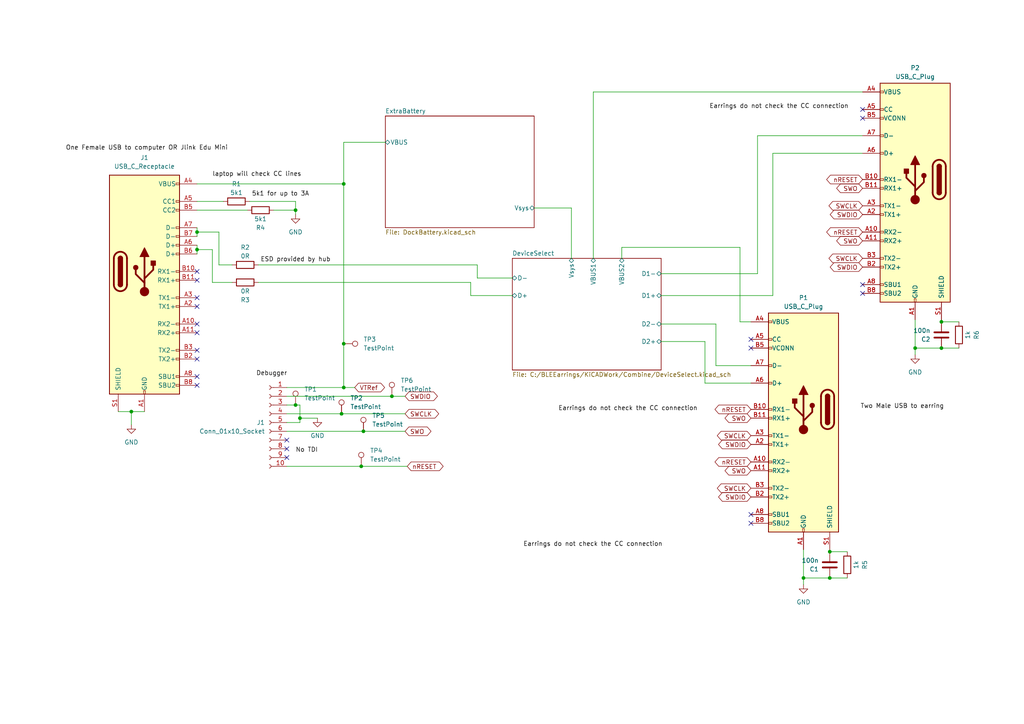
<source format=kicad_sch>
(kicad_sch (version 20230121) (generator eeschema)
  (paper "A4")
  (lib_symbols
    (symbol "Connector:Conn_01x10_Socket" (pin_names (offset 1.016) hide)
      (property "Reference" "J" (at 0 12.7 0))
      (property "Value" "Conn_01x10_Socket" (at 0 -15.24 0))
      (symbol "Conn_01x10_Socket_1_1"
        (arc (start 0 -12.192) (mid -0.5058 -12.7) (end 0 -13.208) (stroke (width 0.1524)))
        (arc (start 0 -9.652) (mid -0.5058 -10.16) (end 0 -10.668) (stroke (width 0.1524)))
        (arc (start 0 -7.112) (mid -0.5058 -7.62) (end 0 -8.128) (stroke (width 0.1524)))
        (arc (start 0 -4.572) (mid -0.5058 -5.08) (end 0 -5.588) (stroke (width 0.1524)))
        (arc (start 0 -2.032) (mid -0.5058 -2.54) (end 0 -3.048) (stroke (width 0.1524)))
        (polyline (pts (xy -1.27 -12.7) (xy -0.508 -12.7)) (stroke (width 0.1524)))
        (polyline (pts (xy -1.27 -10.16) (xy -0.508 -10.16)) (stroke (width 0.1524)))
        (polyline (pts (xy -1.27 -7.62) (xy -0.508 -7.62)) (stroke (width 0.1524)))
        (polyline (pts (xy -1.27 -5.08) (xy -0.508 -5.08)) (stroke (width 0.1524)))
        (polyline (pts (xy -1.27 -2.54) (xy -0.508 -2.54)) (stroke (width 0.1524)))
        (polyline (pts (xy -1.27 0) (xy -0.508 0)) (stroke (width 0.1524)))
        (polyline (pts (xy -1.27 2.54) (xy -0.508 2.54)) (stroke (width 0.1524)))
        (polyline (pts (xy -1.27 5.08) (xy -0.508 5.08)) (stroke (width 0.1524)))
        (polyline (pts (xy -1.27 7.62) (xy -0.508 7.62)) (stroke (width 0.1524)))
        (polyline (pts (xy -1.27 10.16) (xy -0.508 10.16)) (stroke (width 0.1524)))
        (arc (start 0 0.508) (mid -0.5058 0) (end 0 -0.508) (stroke (width 0.1524)))
        (arc (start 0 3.048) (mid -0.5058 2.54) (end 0 2.032) (stroke (width 0.1524)))
        (arc (start 0 5.588) (mid -0.5058 5.08) (end 0 4.572) (stroke (width 0.1524)))
        (arc (start 0 8.128) (mid -0.5058 7.62) (end 0 7.112) (stroke (width 0.1524)))
        (arc (start 0 10.668) (mid -0.5058 10.16) (end 0 9.652) (stroke (width 0.1524)))
        (pin passive line (at -5.08 10.16 0) (length 3.81) (name "Pin_1") (number "1"))
        (pin passive line (at -5.08 -12.7 0) (length 3.81) (name "Pin_10") (number "10"))
        (pin passive line (at -5.08 7.62 0) (length 3.81) (name "Pin_2") (number "2"))
        (pin passive line (at -5.08 5.08 0) (length 3.81) (name "Pin_3") (number "3"))
        (pin passive line (at -5.08 2.54 0) (length 3.81) (name "Pin_4") (number "4"))
        (pin passive line (at -5.08 0 0) (length 3.81) (name "Pin_5") (number "5"))
        (pin passive line (at -5.08 -2.54 0) (length 3.81) (name "Pin_6") (number "6"))
        (pin passive line (at -5.08 -5.08 0) (length 3.81) (name "Pin_7") (number "7"))
        (pin passive line (at -5.08 -7.62 0) (length 3.81) (name "Pin_8") (number "8"))
        (pin passive line (at -5.08 -10.16 0) (length 3.81) (name "Pin_9") (number "9"))
      )
    )
    (symbol "Connector:TestPoint" (pin_numbers hide) (pin_names (offset 0.762) hide)
      (property "Reference" "TP" (at 0 6.858 0))
      (property "Value" "TestPoint" (at 0 5.08 0))
      (symbol "TestPoint_0_1"
        (circle (center 0 3.302) (radius 0.762))
      )
      (symbol "TestPoint_1_1"
        (pin passive line (at 0 0 90) (length 2.54) (name "1") (number "1"))
      )
    )
    (symbol "Connector:USB_C_Plug" (pin_names (offset 1.016))
      (property "Reference" "P" (at -10.16 29.21 0))
      (property "Value" "USB_C_Plug" (at 10.16 29.21 0))
      (symbol "USB_C_Plug_0_0"
        (rectangle (start -0.254 -35.56) (end 0.254 -34.544))
        (rectangle (start 10.16 -32.766) (end 9.144 -33.274))
        (rectangle (start 10.16 -30.226) (end 9.144 -30.734))
        (rectangle (start 10.16 -25.146) (end 9.144 -25.654))
        (rectangle (start 10.16 -22.606) (end 9.144 -23.114))
        (rectangle (start 10.16 -17.526) (end 9.144 -18.034))
        (rectangle (start 10.16 -14.986) (end 9.144 -15.494))
        (rectangle (start 10.16 -9.906) (end 9.144 -10.414))
        (rectangle (start 10.16 -7.366) (end 9.144 -7.874))
        (rectangle (start 10.16 -2.286) (end 9.144 -2.794))
        (rectangle (start 10.16 0.254) (end 9.144 -0.254))
        (rectangle (start 10.16 7.874) (end 9.144 7.366))
        (rectangle (start 10.16 12.954) (end 9.144 12.446))
        (rectangle (start 10.16 18.034) (end 9.144 17.526))
        (rectangle (start 10.16 20.574) (end 9.144 20.066))
        (rectangle (start 10.16 25.654) (end 9.144 25.146))
      )
      (symbol "USB_C_Plug_0_1"
        (rectangle (start -10.16 27.94) (end 10.16 -35.56) (stroke (width 0.254)) (fill (type background)))
        (arc (start -8.89 -3.81) (mid -6.985 -5.7067) (end -5.08 -3.81) (stroke (width 0.508)))
        (arc (start -7.62 -3.81) (mid -6.985 -4.4423) (end -6.35 -3.81) (stroke (width 0.254)))
        (arc (start -7.62 -3.81) (mid -6.985 -4.4423) (end -6.35 -3.81) (stroke (width 0.254)) (fill (type outline)))
        (rectangle (start -7.62 -3.81) (end -6.35 3.81) (stroke (width 0.254)) (fill (type outline)))
        (arc (start -6.35 3.81) (mid -6.985 4.4423) (end -7.62 3.81) (stroke (width 0.254)))
        (arc (start -6.35 3.81) (mid -6.985 4.4423) (end -7.62 3.81) (stroke (width 0.254)) (fill (type outline)))
        (arc (start -5.08 3.81) (mid -6.985 5.7067) (end -8.89 3.81) (stroke (width 0.508)))
        (polyline (pts (xy -8.89 -3.81) (xy -8.89 3.81)) (stroke (width 0.508)))
        (polyline (pts (xy -5.08 3.81) (xy -5.08 -3.81)) (stroke (width 0.508)))
      )
      (symbol "USB_C_Plug_1_1"
        (circle (center -2.54 1.143) (radius 0.635) (stroke (width 0.254)) (fill (type outline)))
        (circle (center 0 -5.842) (radius 1.27) (fill (type outline)))
        (polyline (pts (xy 0 -5.842) (xy 0 4.318)) (stroke (width 0.508)))
        (polyline (pts (xy 0 -3.302) (xy -2.54 -0.762) (xy -2.54 0.508)) (stroke (width 0.508)))
        (polyline (pts (xy 0 -2.032) (xy 2.54 0.508) (xy 2.54 1.778)) (stroke (width 0.508)))
        (polyline (pts (xy -1.27 4.318) (xy 0 6.858) (xy 1.27 4.318) (xy -1.27 4.318)) (stroke (width 0.254)) (fill (type outline)))
        (rectangle (start 1.905 1.778) (end 3.175 3.048) (stroke (width 0.254)) (fill (type outline)))
        (pin passive line (at 0 -40.64 90) (length 5.08) (name "GND") (number "A1"))
        (pin bidirectional line (at 15.24 -15.24 180) (length 5.08) (name "RX2-") (number "A10"))
        (pin bidirectional line (at 15.24 -17.78 180) (length 5.08) (name "RX2+") (number "A11"))
        (pin passive line (at 0 -40.64 90) (length 5.08) hide (name "GND") (number "A12"))
        (pin bidirectional line (at 15.24 -10.16 180) (length 5.08) (name "TX1+") (number "A2"))
        (pin bidirectional line (at 15.24 -7.62 180) (length 5.08) (name "TX1-") (number "A3"))
        (pin passive line (at 15.24 25.4 180) (length 5.08) (name "VBUS") (number "A4"))
        (pin bidirectional line (at 15.24 20.32 180) (length 5.08) (name "CC") (number "A5"))
        (pin bidirectional line (at 15.24 7.62 180) (length 5.08) (name "D+") (number "A6"))
        (pin bidirectional line (at 15.24 12.7 180) (length 5.08) (name "D-") (number "A7"))
        (pin bidirectional line (at 15.24 -30.48 180) (length 5.08) (name "SBU1") (number "A8"))
        (pin passive line (at 15.24 25.4 180) (length 5.08) hide (name "VBUS") (number "A9"))
        (pin passive line (at 0 -40.64 90) (length 5.08) hide (name "GND") (number "B1"))
        (pin bidirectional line (at 15.24 0 180) (length 5.08) (name "RX1-") (number "B10"))
        (pin bidirectional line (at 15.24 -2.54 180) (length 5.08) (name "RX1+") (number "B11"))
        (pin passive line (at 0 -40.64 90) (length 5.08) hide (name "GND") (number "B12"))
        (pin bidirectional line (at 15.24 -25.4 180) (length 5.08) (name "TX2+") (number "B2"))
        (pin bidirectional line (at 15.24 -22.86 180) (length 5.08) (name "TX2-") (number "B3"))
        (pin passive line (at 15.24 25.4 180) (length 5.08) hide (name "VBUS") (number "B4"))
        (pin bidirectional line (at 15.24 17.78 180) (length 5.08) (name "VCONN") (number "B5"))
        (pin bidirectional line (at 15.24 -33.02 180) (length 5.08) (name "SBU2") (number "B8"))
        (pin passive line (at 15.24 25.4 180) (length 5.08) hide (name "VBUS") (number "B9"))
        (pin passive line (at -7.62 -40.64 90) (length 5.08) (name "SHIELD") (number "S1"))
      )
    )
    (symbol "Connector:USB_C_Receptacle" (pin_names (offset 1.016))
      (property "Reference" "J" (at -10.16 29.21 0))
      (property "Value" "USB_C_Receptacle" (at 10.16 29.21 0))
      (symbol "USB_C_Receptacle_0_0"
        (rectangle (start -0.254 -35.56) (end 0.254 -34.544))
        (rectangle (start 10.16 -32.766) (end 9.144 -33.274))
        (rectangle (start 10.16 -30.226) (end 9.144 -30.734))
        (rectangle (start 10.16 -25.146) (end 9.144 -25.654))
        (rectangle (start 10.16 -22.606) (end 9.144 -23.114))
        (rectangle (start 10.16 -17.526) (end 9.144 -18.034))
        (rectangle (start 10.16 -14.986) (end 9.144 -15.494))
        (rectangle (start 10.16 -9.906) (end 9.144 -10.414))
        (rectangle (start 10.16 -7.366) (end 9.144 -7.874))
        (rectangle (start 10.16 -2.286) (end 9.144 -2.794))
        (rectangle (start 10.16 0.254) (end 9.144 -0.254))
        (rectangle (start 10.16 5.334) (end 9.144 4.826))
        (rectangle (start 10.16 7.874) (end 9.144 7.366))
        (rectangle (start 10.16 10.414) (end 9.144 9.906))
        (rectangle (start 10.16 12.954) (end 9.144 12.446))
        (rectangle (start 10.16 18.034) (end 9.144 17.526))
        (rectangle (start 10.16 20.574) (end 9.144 20.066))
        (rectangle (start 10.16 25.654) (end 9.144 25.146))
      )
      (symbol "USB_C_Receptacle_0_1"
        (rectangle (start -10.16 27.94) (end 10.16 -35.56) (stroke (width 0.254)) (fill (type background)))
        (arc (start -8.89 -3.81) (mid -6.985 -5.7067) (end -5.08 -3.81) (stroke (width 0.508)))
        (arc (start -7.62 -3.81) (mid -6.985 -4.4423) (end -6.35 -3.81) (stroke (width 0.254)))
        (arc (start -7.62 -3.81) (mid -6.985 -4.4423) (end -6.35 -3.81) (stroke (width 0.254)) (fill (type outline)))
        (rectangle (start -7.62 -3.81) (end -6.35 3.81) (stroke (width 0.254)) (fill (type outline)))
        (arc (start -6.35 3.81) (mid -6.985 4.4423) (end -7.62 3.81) (stroke (width 0.254)))
        (arc (start -6.35 3.81) (mid -6.985 4.4423) (end -7.62 3.81) (stroke (width 0.254)) (fill (type outline)))
        (arc (start -5.08 3.81) (mid -6.985 5.7067) (end -8.89 3.81) (stroke (width 0.508)))
        (polyline (pts (xy -8.89 -3.81) (xy -8.89 3.81)) (stroke (width 0.508)))
        (polyline (pts (xy -5.08 3.81) (xy -5.08 -3.81)) (stroke (width 0.508)))
      )
      (symbol "USB_C_Receptacle_1_1"
        (circle (center -2.54 1.143) (radius 0.635) (stroke (width 0.254)) (fill (type outline)))
        (circle (center 0 -5.842) (radius 1.27) (fill (type outline)))
        (polyline (pts (xy 0 -5.842) (xy 0 4.318)) (stroke (width 0.508)))
        (polyline (pts (xy 0 -3.302) (xy -2.54 -0.762) (xy -2.54 0.508)) (stroke (width 0.508)))
        (polyline (pts (xy 0 -2.032) (xy 2.54 0.508) (xy 2.54 1.778)) (stroke (width 0.508)))
        (polyline (pts (xy -1.27 4.318) (xy 0 6.858) (xy 1.27 4.318) (xy -1.27 4.318)) (stroke (width 0.254)) (fill (type outline)))
        (rectangle (start 1.905 1.778) (end 3.175 3.048) (stroke (width 0.254)) (fill (type outline)))
        (pin passive line (at 0 -40.64 90) (length 5.08) (name "GND") (number "A1"))
        (pin bidirectional line (at 15.24 -15.24 180) (length 5.08) (name "RX2-") (number "A10"))
        (pin bidirectional line (at 15.24 -17.78 180) (length 5.08) (name "RX2+") (number "A11"))
        (pin passive line (at 0 -40.64 90) (length 5.08) hide (name "GND") (number "A12"))
        (pin bidirectional line (at 15.24 -10.16 180) (length 5.08) (name "TX1+") (number "A2"))
        (pin bidirectional line (at 15.24 -7.62 180) (length 5.08) (name "TX1-") (number "A3"))
        (pin passive line (at 15.24 25.4 180) (length 5.08) (name "VBUS") (number "A4"))
        (pin bidirectional line (at 15.24 20.32 180) (length 5.08) (name "CC1") (number "A5"))
        (pin bidirectional line (at 15.24 7.62 180) (length 5.08) (name "D+") (number "A6"))
        (pin bidirectional line (at 15.24 12.7 180) (length 5.08) (name "D-") (number "A7"))
        (pin bidirectional line (at 15.24 -30.48 180) (length 5.08) (name "SBU1") (number "A8"))
        (pin passive line (at 15.24 25.4 180) (length 5.08) hide (name "VBUS") (number "A9"))
        (pin passive line (at 0 -40.64 90) (length 5.08) hide (name "GND") (number "B1"))
        (pin bidirectional line (at 15.24 0 180) (length 5.08) (name "RX1-") (number "B10"))
        (pin bidirectional line (at 15.24 -2.54 180) (length 5.08) (name "RX1+") (number "B11"))
        (pin passive line (at 0 -40.64 90) (length 5.08) hide (name "GND") (number "B12"))
        (pin bidirectional line (at 15.24 -25.4 180) (length 5.08) (name "TX2+") (number "B2"))
        (pin bidirectional line (at 15.24 -22.86 180) (length 5.08) (name "TX2-") (number "B3"))
        (pin passive line (at 15.24 25.4 180) (length 5.08) hide (name "VBUS") (number "B4"))
        (pin bidirectional line (at 15.24 17.78 180) (length 5.08) (name "CC2") (number "B5"))
        (pin bidirectional line (at 15.24 5.08 180) (length 5.08) (name "D+") (number "B6"))
        (pin bidirectional line (at 15.24 10.16 180) (length 5.08) (name "D-") (number "B7"))
        (pin bidirectional line (at 15.24 -33.02 180) (length 5.08) (name "SBU2") (number "B8"))
        (pin passive line (at 15.24 25.4 180) (length 5.08) hide (name "VBUS") (number "B9"))
        (pin passive line (at -7.62 -40.64 90) (length 5.08) (name "SHIELD") (number "S1"))
      )
    )
    (symbol "Device:C" (pin_numbers hide) (pin_names (offset 0.254))
      (property "Reference" "C" (at 0.635 2.54 0))
      (property "Value" "C" (at 0.635 -2.54 0))
      (symbol "C_0_1"
        (polyline (pts (xy -2.032 -0.762) (xy 2.032 -0.762)) (stroke (width 0.508)))
        (polyline (pts (xy -2.032 0.762) (xy 2.032 0.762)) (stroke (width 0.508)))
      )
      (symbol "C_1_1"
        (pin passive line (at 0 3.81 270) (length 2.794) (name "~") (number "1"))
        (pin passive line (at 0 -3.81 90) (length 2.794) (name "~") (number "2"))
      )
    )
    (symbol "Device:R" (pin_numbers hide) (pin_names (offset 0))
      (property "Reference" "R" (at 2.032 0 90))
      (property "Value" "R" (at 0 0 90))
      (symbol "R_0_1"
        (rectangle (start -1.016 -2.54) (end 1.016 2.54) (stroke (width 0.254)))
      )
      (symbol "R_1_1"
        (pin passive line (at 0 3.81 270) (length 1.27) (name "~") (number "1"))
        (pin passive line (at 0 -3.81 90) (length 1.27) (name "~") (number "2"))
      )
    )
    (symbol "power:GND" (power) (pin_names (offset 0))
      (property "Value" "GND" (at 0 -3.81 0))
      (symbol "GND_0_1"
        (polyline (pts (xy 0 0) (xy 0 -1.27) (xy 1.27 -1.27) (xy 0 -2.54) (xy -1.27 -1.27) (xy 0 -1.27)))
      )
      (symbol "GND_1_1"
        (pin power_in line (at 0 0 270) (length 0) hide (name "GND") (number "1"))
      )
    )
  )
  (junction (at 105.41 125.095))
  (junction (at 240.665 160.02))
  (junction (at 99.695 112.395))
  (junction (at 85.725 60.96))
  (junction (at 99.06 120.015))
  (junction (at 85.725 117.475))
  (junction (at 57.15 72.39))
  (junction (at 273.05 93.345))
  (junction (at 113.665 114.935))
  (junction (at 104.775 135.255))
  (junction (at 265.43 100.965))
  (junction (at 99.695 99.695))
  (junction (at 233.045 167.64))
  (junction (at 273.05 100.965))
  (junction (at 240.665 167.64))
  (junction (at 38.1 119.38))
  (junction (at 99.695 53.34))
  (junction (at 86.995 121.285))
  (junction (at 57.15 67.31))
  (no_connect (at 250.19 85.09))
  (no_connect (at 57.15 86.36))
  (no_connect (at 83.185 127.635))
  (no_connect (at 57.15 78.74))
  (no_connect (at 250.19 34.29))
  (no_connect (at 83.185 132.715))
  (no_connect (at 217.805 100.965))
  (no_connect (at 57.15 109.22))
  (no_connect (at 217.805 151.765))
  (no_connect (at 250.19 82.55))
  (no_connect (at 217.805 149.225))
  (no_connect (at 57.15 88.9))
  (no_connect (at 57.15 93.98))
  (no_connect (at 57.15 96.52))
  (no_connect (at 217.805 98.425))
  (no_connect (at 57.15 81.28))
  (no_connect (at 83.185 130.175))
  (no_connect (at 250.19 31.75))
  (no_connect (at 57.15 111.76))
  (no_connect (at 57.15 104.14))
  (no_connect (at 57.15 101.6))
  (wire (pts (xy 99.695 99.695) (xy 99.695 112.395)))
  (wire (pts (xy 57.15 67.31) (xy 63.5 67.31)))
  (wire (pts (xy 99.06 120.015) (xy 83.185 120.015)))
  (wire (pts (xy 85.725 58.42) (xy 85.725 60.96)))
  (wire (pts (xy 57.15 58.42) (xy 64.77 58.42)))
  (wire (pts (xy 136.525 85.725) (xy 148.59 85.725)))
  (wire (pts (xy 63.5 67.31) (xy 63.5 76.835)))
  (wire (pts (xy 74.93 81.915) (xy 136.525 81.915)))
  (wire (pts (xy 61.595 81.915) (xy 61.595 72.39)))
  (wire (pts (xy 191.77 85.725) (xy 224.155 85.725)))
  (wire (pts (xy 278.13 93.345) (xy 273.05 93.345)))
  (wire (pts (xy 86.995 121.285) (xy 86.995 122.555)))
  (wire (pts (xy 99.695 112.395) (xy 102.87 112.395)))
  (wire (pts (xy 74.93 76.835) (xy 138.43 76.835)))
  (wire (pts (xy 34.29 119.38) (xy 38.1 119.38)))
  (wire (pts (xy 191.77 93.98) (xy 207.645 93.98)))
  (wire (pts (xy 233.045 159.385) (xy 233.045 167.64)))
  (wire (pts (xy 240.665 159.385) (xy 240.665 160.02)))
  (wire (pts (xy 154.94 60.325) (xy 165.735 60.325)))
  (wire (pts (xy 86.995 117.475) (xy 86.995 121.285)))
  (wire (pts (xy 86.995 122.555) (xy 83.185 122.555)))
  (wire (pts (xy 57.15 71.12) (xy 57.15 72.39)))
  (wire (pts (xy 92.075 121.285) (xy 86.995 121.285)))
  (wire (pts (xy 224.155 44.45) (xy 250.19 44.45)))
  (wire (pts (xy 214.63 71.755) (xy 214.63 93.345)))
  (wire (pts (xy 245.745 160.02) (xy 240.665 160.02)))
  (wire (pts (xy 265.43 92.71) (xy 265.43 100.965)))
  (wire (pts (xy 207.645 93.98) (xy 207.645 106.045)))
  (wire (pts (xy 207.645 106.045) (xy 217.805 106.045)))
  (wire (pts (xy 85.725 60.96) (xy 79.375 60.96)))
  (wire (pts (xy 113.665 114.935) (xy 83.185 114.935)))
  (wire (pts (xy 111.76 41.275) (xy 99.695 41.275)))
  (wire (pts (xy 240.665 167.64) (xy 245.745 167.64)))
  (wire (pts (xy 99.695 41.275) (xy 99.695 53.34)))
  (wire (pts (xy 180.34 71.755) (xy 180.34 74.93)))
  (wire (pts (xy 104.775 135.255) (xy 118.11 135.255)))
  (wire (pts (xy 219.71 39.37) (xy 250.19 39.37)))
  (wire (pts (xy 240.665 167.64) (xy 233.045 167.64)))
  (wire (pts (xy 83.185 112.395) (xy 99.695 112.395)))
  (wire (pts (xy 204.47 111.125) (xy 217.805 111.125)))
  (wire (pts (xy 138.43 80.645) (xy 148.59 80.645)))
  (wire (pts (xy 83.185 135.255) (xy 104.775 135.255)))
  (wire (pts (xy 57.15 53.34) (xy 99.695 53.34)))
  (wire (pts (xy 57.15 72.39) (xy 57.15 73.66)))
  (wire (pts (xy 233.045 169.545) (xy 233.045 167.64)))
  (wire (pts (xy 99.695 53.34) (xy 99.695 99.695)))
  (wire (pts (xy 57.15 67.31) (xy 57.15 68.58)))
  (wire (pts (xy 72.39 58.42) (xy 85.725 58.42)))
  (wire (pts (xy 117.475 120.015) (xy 99.06 120.015)))
  (wire (pts (xy 57.15 60.96) (xy 71.755 60.96)))
  (wire (pts (xy 63.5 76.835) (xy 67.31 76.835)))
  (wire (pts (xy 41.91 119.38) (xy 38.1 119.38)))
  (wire (pts (xy 83.185 125.095) (xy 105.41 125.095)))
  (wire (pts (xy 138.43 76.835) (xy 138.43 80.645)))
  (wire (pts (xy 117.475 114.935) (xy 113.665 114.935)))
  (wire (pts (xy 57.15 66.04) (xy 57.15 67.31)))
  (wire (pts (xy 217.805 93.345) (xy 214.63 93.345)))
  (wire (pts (xy 172.085 26.67) (xy 250.19 26.67)))
  (wire (pts (xy 172.085 26.67) (xy 172.085 74.93)))
  (wire (pts (xy 191.77 79.375) (xy 219.71 79.375)))
  (wire (pts (xy 83.185 117.475) (xy 85.725 117.475)))
  (wire (pts (xy 85.725 117.475) (xy 86.995 117.475)))
  (wire (pts (xy 219.71 39.37) (xy 219.71 79.375)))
  (wire (pts (xy 61.595 81.915) (xy 67.31 81.915)))
  (wire (pts (xy 204.47 111.125) (xy 204.47 99.06)))
  (wire (pts (xy 165.735 60.325) (xy 165.735 74.93)))
  (wire (pts (xy 38.1 119.38) (xy 38.1 123.19)))
  (wire (pts (xy 204.47 99.06) (xy 191.77 99.06)))
  (wire (pts (xy 136.525 81.915) (xy 136.525 85.725)))
  (wire (pts (xy 180.34 71.755) (xy 214.63 71.755)))
  (wire (pts (xy 273.05 100.965) (xy 265.43 100.965)))
  (wire (pts (xy 265.43 102.87) (xy 265.43 100.965)))
  (wire (pts (xy 273.05 100.965) (xy 278.13 100.965)))
  (wire (pts (xy 105.41 125.095) (xy 117.475 125.095)))
  (wire (pts (xy 85.725 62.23) (xy 85.725 60.96)))
  (wire (pts (xy 224.155 85.725) (xy 224.155 44.45)))
  (wire (pts (xy 273.05 92.71) (xy 273.05 93.345)))
  (wire (pts (xy 61.595 72.39) (xy 57.15 72.39)))
  (label "One Female USB to computer OR Jlink Edu Mini" (at 19.05 43.815 0))
  (label "Debugger" (at 74.295 109.22 0))
  (label "Earrings do not check the CC connection" (at 205.74 31.75 0))
  (label "Two Male USB to earring" (at 249.555 118.745 0))
  (label "laptop will check CC lines" (at 61.595 51.435 0))
  (label "Earrings do not check the CC connection" (at 151.765 158.75 0))
  (label "Earrings do not check the CC connection" (at 161.925 119.38 0))
  (label "5k1 for up to 3A" (at 73.025 57.15 0))
  (label "No TDI" (at 85.725 131.445 0))
  (label "ESD provided by hub" (at 75.565 76.2 0))
  (global_label "SWDIO" (shape bidirectional) (at 217.805 144.145 180) (property "Intersheetrefs" "${INTERSHEET_REFS}" (effects hide)))
  (global_label "SWO" (shape bidirectional) (at 250.19 54.61 180) (property "Intersheetrefs" "${INTERSHEET_REFS}" (effects hide)))
  (global_label "nRESET" (shape bidirectional) (at 118.11 135.255 0) (property "Intersheetrefs" "${INTERSHEET_REFS}" (effects hide)))
  (global_label "VTRef" (shape bidirectional) (at 102.87 112.395 0) (property "Intersheetrefs" "${INTERSHEET_REFS}" (effects hide)))
  (global_label "SWDIO" (shape bidirectional) (at 250.19 62.23 180) (property "Intersheetrefs" "${INTERSHEET_REFS}" (effects hide)))
  (global_label "SWDIO" (shape bidirectional) (at 250.19 77.47 180) (property "Intersheetrefs" "${INTERSHEET_REFS}" (effects hide)))
  (global_label "nRESET" (shape bidirectional) (at 217.805 118.745 180) (property "Intersheetrefs" "${INTERSHEET_REFS}" (effects hide)))
  (global_label "SWO" (shape bidirectional) (at 250.19 69.85 180) (property "Intersheetrefs" "${INTERSHEET_REFS}" (effects hide)))
  (global_label "nRESET" (shape bidirectional) (at 250.19 67.31 180) (property "Intersheetrefs" "${INTERSHEET_REFS}" (effects hide)))
  (global_label "SWDIO" (shape bidirectional) (at 217.805 128.905 180) (property "Intersheetrefs" "${INTERSHEET_REFS}" (effects hide)))
  (global_label "SWO" (shape bidirectional) (at 117.475 125.095 0) (property "Intersheetrefs" "${INTERSHEET_REFS}" (effects hide)))
  (global_label "SWCLK" (shape bidirectional) (at 217.805 141.605 180) (property "Intersheetrefs" "${INTERSHEET_REFS}" (effects hide)))
  (global_label "SWCLK" (shape bidirectional) (at 117.475 120.015 0) (property "Intersheetrefs" "${INTERSHEET_REFS}" (effects hide)))
  (global_label "SWO" (shape bidirectional) (at 217.805 136.525 180) (property "Intersheetrefs" "${INTERSHEET_REFS}" (effects hide)))
  (global_label "SWDIO" (shape bidirectional) (at 117.475 114.935 0) (property "Intersheetrefs" "${INTERSHEET_REFS}" (effects hide)))
  (global_label "SWCLK" (shape bidirectional) (at 250.19 74.93 180) (property "Intersheetrefs" "${INTERSHEET_REFS}" (effects hide)))
  (global_label "SWO" (shape bidirectional) (at 217.805 121.285 180) (property "Intersheetrefs" "${INTERSHEET_REFS}" (effects hide)))
  (global_label "nRESET" (shape bidirectional) (at 217.805 133.985 180) (property "Intersheetrefs" "${INTERSHEET_REFS}" (effects hide)))
  (global_label "SWCLK" (shape bidirectional) (at 217.805 126.365 180) (property "Intersheetrefs" "${INTERSHEET_REFS}" (effects hide)))
  (global_label "nRESET" (shape bidirectional) (at 250.19 52.07 180) (property "Intersheetrefs" "${INTERSHEET_REFS}" (effects hide)))
  (global_label "SWCLK" (shape bidirectional) (at 250.19 59.69 180) (property "Intersheetrefs" "${INTERSHEET_REFS}" (effects hide)))
  (symbol (lib_id "Connector:USB_C_Receptacle") (at 41.91 78.74 0) (unit 1)
    (property "Reference" "J1" (at 41.91 45.72 0))
    (property "Value" "USB_C_Receptacle" (at 41.91 48.26 0))
    (property "Footprint" "easyeda2kicad:TYPE-C-SMD_C9900025773" (effects hide))
    (property "Datasheet" "https://www.usb.org/sites/default/files/documents/usb_type-c.zip" (effects hide))
    (property "LCSC Part" "C5156605" (effects hide))
    (instances (project "Combine" (path "" (reference "J1") (unit 1))) (project "Dock" (path "" (reference "J1") (unit 1))) (project "BLEEarrings" (path "" (reference "J3") (unit 1))))
  )
  (symbol (lib_id "Connector:TestPoint") (at 113.665 114.935 0) (unit 1)
    (property "Reference" "TP6" (at 116.205 110.363 0) (effects (justify left)))
    (property "Value" "TestPoint" (at 116.205 112.903 0) (effects (justify left)))
    (property "Footprint" "TestPoint:TestPoint_Pad_D1.0mm" (effects hide))
    (instances (project "Combine" (path "" (reference "TP6") (unit 1))) (project "Dock" (path "" (reference "TP12") (unit 1))))
  )
  (symbol (lib_id "power:GND") (at 265.43 102.87 0) (unit 1)
    (property "Reference" "#PWR05" (effects hide))
    (property "Value" "GND" (at 265.43 107.95 0))
    (instances (project "Combine" (path "" (reference "#PWR05") (unit 1))) (project "Dock" (path "" (reference "#PWR02") (unit 1))))
  )
  (symbol (lib_id "Device:R") (at 68.58 58.42 270) (mirror x) (unit 1)
    (property "Reference" "R1" (at 68.58 53.34 90))
    (property "Value" "5k1" (at 68.58 55.88 90))
    (property "Footprint" "Resistor_SMD:R_0402_1005Metric_Pad0.72x0.64mm_HandSolder" (effects hide))
    (property "LCSC Part" "C103086" (effects hide))
    (instances (project "Combine" (path "" (reference "R1") (unit 1))) (project "Dock" (path "" (reference "R1") (unit 1)) (path "" (reference "R4") (unit 1))) (project "BLEEarrings" (path "" (reference "R8") (unit 1)) (path "" (reference "R2") (unit 1))))
  )
  (symbol (lib_id "power:GND") (at 85.725 62.23 0) (unit 1)
    (property "Reference" "#PWR02" (effects hide))
    (property "Value" "GND" (at 85.725 67.31 0))
    (instances (project "Combine" (path "" (reference "#PWR02") (unit 1))) (project "Dock" (path "" (reference "#PWR015") (unit 1))))
  )
  (symbol (lib_id "Connector:Conn_01x10_Socket") (at 78.105 122.555 0) (mirror y) (unit 1)
    (property "Reference" "J1" (at 76.835 122.555 0) (effects (justify left)))
    (property "Value" "Conn_01x10_Socket" (at 76.835 125.095 0) (effects (justify left)))
    (property "Footprint" "easyeda2kicad:HDR-TH_10P-P1.27-V-M-R2-C5-S1.27-1" (effects hide))
    (property "LCSC Part" "C2935953" (effects hide))
    (instances (project "J-Link Connector" (path "" (reference "J1") (unit 1))) (project "Combine" (path "" (reference "J2") (unit 1))) (project "Dock" (path "" (reference "J4") (unit 1))))
  )
  (symbol (lib_id "Connector:TestPoint") (at 85.725 117.475 0) (unit 1)
    (property "Reference" "TP1" (at 88.265 112.903 0) (effects (justify left)))
    (property "Value" "TestPoint" (at 88.265 115.443 0) (effects (justify left)))
    (property "Footprint" "TestPoint:TestPoint_Pad_D1.0mm" (effects hide))
    (instances (project "Combine" (path "" (reference "TP1") (unit 1))) (project "Dock" (path "" (reference "TP17") (unit 1))))
  )
  (symbol (lib_id "Device:R") (at 71.12 81.915 270) (unit 1)
    (property "Reference" "R3" (at 71.12 86.995 90))
    (property "Value" "0R" (at 71.12 84.455 90))
    (property "Footprint" "Resistor_SMD:R_0805_2012Metric_Pad1.20x1.40mm_HandSolder" (effects hide))
    (instances (project "Combine" (path "" (reference "R3") (unit 1))) (project "Dock" (path "" (reference "R1") (unit 1)) (path "" (reference "R10") (unit 1))) (project "BLEEarrings" (path "" (reference "R8") (unit 1)) (path "" (reference "R2") (unit 1))))
  )
  (symbol (lib_id "Connector:TestPoint") (at 99.695 99.695 270) (unit 1)
    (property "Reference" "TP3" (at 105.41 98.425 90) (effects (justify left)))
    (property "Value" "TestPoint" (at 105.41 100.965 90) (effects (justify left)))
    (property "Footprint" "TestPoint:TestPoint_Pad_D1.0mm" (effects hide))
    (instances (project "Combine" (path "" (reference "TP3") (unit 1))) (project "Dock" (path "" (reference "TP11") (unit 1))))
  )
  (symbol (lib_id "power:GND") (at 92.075 121.285 0) (unit 1)
    (property "Reference" "#PWR03" (effects hide))
    (property "Value" "GND" (at 92.075 126.365 0))
    (instances (project "Combine" (path "" (reference "#PWR03") (unit 1))) (project "Dock" (path "" (reference "#PWR026") (unit 1))))
  )
  (symbol (lib_id "Connector:TestPoint") (at 104.775 135.255 0) (unit 1)
    (property "Reference" "TP4" (at 107.315 130.683 0) (effects (justify left)))
    (property "Value" "TestPoint" (at 107.315 133.223 0) (effects (justify left)))
    (property "Footprint" "TestPoint:TestPoint_Pad_D1.0mm" (effects hide))
    (instances (project "Combine" (path "" (reference "TP4") (unit 1))) (project "Dock" (path "" (reference "TP16") (unit 1))))
  )
  (symbol (lib_id "Connector:TestPoint") (at 105.41 125.095 0) (unit 1)
    (property "Reference" "TP5" (at 107.95 120.523 0) (effects (justify left)))
    (property "Value" "TestPoint" (at 107.95 123.063 0) (effects (justify left)))
    (property "Footprint" "TestPoint:TestPoint_Pad_D1.0mm" (effects hide))
    (instances (project "Combine" (path "" (reference "TP5") (unit 1))) (project "Dock" (path "" (reference "TP14") (unit 1))))
  )
  (symbol (lib_id "Connector:TestPoint") (at 99.06 120.015 0) (unit 1)
    (property "Reference" "TP2" (at 101.6 115.443 0) (effects (justify left)))
    (property "Value" "TestPoint" (at 101.6 117.983 0) (effects (justify left)))
    (property "Footprint" "TestPoint:TestPoint_Pad_D1.0mm" (effects hide))
    (instances (project "Combine" (path "" (reference "TP2") (unit 1))) (project "Dock" (path "" (reference "TP13") (unit 1))))
  )
  (symbol (lib_id "Device:R") (at 75.565 60.96 270) (unit 1)
    (property "Reference" "R4" (at 75.565 66.04 90))
    (property "Value" "5k1" (at 75.565 63.5 90))
    (property "Footprint" "Resistor_SMD:R_0402_1005Metric_Pad0.72x0.64mm_HandSolder" (effects hide))
    (property "LCSC Part" "C103086" (effects hide))
    (instances (project "Combine" (path "" (reference "R4") (unit 1))) (project "Dock" (path "" (reference "R1") (unit 1)) (path "" (reference "R5") (unit 1))) (project "BLEEarrings" (path "" (reference "R8") (unit 1)) (path "" (reference "R2") (unit 1))))
  )
  (symbol (lib_id "Connector:USB_C_Plug") (at 265.43 52.07 0) (mirror y) (unit 1)
    (property "Reference" "P2" (at 265.43 19.685 0))
    (property "Value" "USB_C_Plug" (at 265.43 22.225 0))
    (property "Footprint" "easyeda2kicad:USB-C-SMD_TYPE-C-24P-GTJB-040" (effects hide))
    (property "Datasheet" "https://www.usb.org/sites/default/files/documents/usb_type-c.zip" (effects hide))
    (property "LCSC Part" "C2763095" (effects hide))
    (instances (project "Combine" (path "" (reference "P2") (unit 1))) (project "Dock" (path "" (reference "P1") (unit 1))))
  )
  (symbol (lib_id "Connector:USB_C_Plug") (at 233.045 118.745 0) (mirror y) (unit 1)
    (property "Reference" "P1" (at 233.045 86.36 0))
    (property "Value" "USB_C_Plug" (at 233.045 88.9 0))
    (property "Footprint" "easyeda2kicad:USB-C-SMD_TYPE-C-24P-GTJB-040" (effects hide))
    (property "Datasheet" "https://www.usb.org/sites/default/files/documents/usb_type-c.zip" (effects hide))
    (property "LCSC Part" "C2763095" (effects hide))
    (instances (project "Combine" (path "" (reference "P1") (unit 1))) (project "Dock" (path "" (reference "P2") (unit 1))))
  )
  (symbol (lib_id "power:GND") (at 233.045 169.545 0) (unit 1)
    (property "Reference" "#PWR04" (effects hide))
    (property "Value" "GND" (at 233.045 174.625 0))
    (instances (project "Combine" (path "" (reference "#PWR04") (unit 1))) (project "Dock" (path "" (reference "#PWR03") (unit 1))))
  )
  (symbol (lib_id "Device:C") (at 240.665 163.83 180) (unit 1)
    (property "Reference" "C1" (at 237.49 165.1 0) (effects (justify left)))
    (property "Value" "100n" (at 237.49 162.56 0) (effects (justify left)))
    (property "Footprint" "Capacitor_SMD:C_0402_1005Metric_Pad0.74x0.62mm_HandSolder" (effects hide))
    (property "LCSC Part" "C60474 " (effects hide))
    (instances (project "Combine" (path "" (reference "C1") (unit 1))) (project "Dock" (path "" (reference "C3") (unit 1)) (path "" (reference "C19") (unit 1))) (project "BLEEarrings" (path "" (reference "C16") (unit 1))))
  )
  (symbol (lib_id "Device:C") (at 273.05 97.155 180) (unit 1)
    (property "Reference" "C2" (at 269.875 98.425 0) (effects (justify left)))
    (property "Value" "100n" (at 269.875 95.885 0) (effects (justify left)))
    (property "Footprint" "Capacitor_SMD:C_0402_1005Metric_Pad0.74x0.62mm_HandSolder" (effects hide))
    (property "LCSC Part" "C60474 " (effects hide))
    (instances (project "Combine" (path "" (reference "C2") (unit 1))) (project "Dock" (path "" (reference "C3") (unit 1)) (path "" (reference "C18") (unit 1))) (project "BLEEarrings" (path "" (reference "C16") (unit 1))))
  )
  (symbol (lib_id "power:GND") (at 38.1 123.19 0) (unit 1)
    (property "Reference" "#PWR01" (effects hide))
    (property "Value" "GND" (at 38.1 128.27 0))
  )
  (symbol (lib_id "Device:R") (at 278.13 97.155 0) (unit 1)
    (property "Reference" "R6" (at 283.21 97.155 90))
    (property "Value" "1k" (at 280.67 97.155 90))
    (property "Footprint" "Resistor_SMD:R_0402_1005Metric_Pad0.72x0.64mm_HandSolder" (effects hide))
    (property "LCSC Part" "C60488 " (effects hide))
    (instances (project "Combine" (path "" (reference "R6") (unit 1))) (project "Dock" (path "" (reference "R11") (unit 1)) (path "" (reference "R22") (unit 1))) (project "BLEEarrings" (path "" (reference "R8") (unit 1)) (path "" (reference "R2") (unit 1))))
  )
  (symbol (lib_id "Device:R") (at 71.12 76.835 90) (unit 1)
    (property "Reference" "R2" (at 71.12 71.755 90))
    (property "Value" "0R" (at 71.12 74.295 90))
    (property "Footprint" "Resistor_SMD:R_0805_2012Metric_Pad1.20x1.40mm_HandSolder" (effects hide))
    (instances (project "Combine" (path "" (reference "R2") (unit 1))) (project "Dock" (path "" (reference "R1") (unit 1)) (path "" (reference "R11") (unit 1))) (project "BLEEarrings" (path "" (reference "R8") (unit 1)) (path "" (reference "R2") (unit 1))))
  )
  (symbol (lib_id "Device:R") (at 245.745 163.83 0) (unit 1)
    (property "Reference" "R5" (at 250.825 163.83 90))
    (property "Value" "1k" (at 248.285 163.83 90))
    (property "Footprint" "Resistor_SMD:R_0402_1005Metric_Pad0.72x0.64mm_HandSolder" (effects hide))
    (property "LCSC Part" "C60488 " (effects hide))
    (instances (project "Combine" (path "" (reference "R5") (unit 1))) (project "Dock" (path "" (reference "R11") (unit 1)) (path "" (reference "R23") (unit 1))) (project "BLEEarrings" (path "" (reference "R8") (unit 1)) (path "" (reference "R2") (unit 1))))
  )
  (sheet (at 111.76 33.655) (size 43.18 32.385) (stroke (width 0.1524))
    (property "Sheetname" "ExtraBattery" (at 111.76 32.9434 0) (effects (justify left bottom)))
    (property "Sheetfile" "DockBattery.kicad_sch" (at 111.76 66.6246 0) (effects (justify left top)))
    (pin "VBUS" bidirectional (at 111.76 41.275 180))
    (pin "Vsys" bidirectional (at 154.94 60.325 0))
  )
  (sheet (at 148.59 74.93) (size 43.18 32.385) (stroke (width 0.1524))
    (property "Sheetname" "DeviceSelect" (at 148.59 74.2184 0) (effects (justify left bottom)))
    (property "Sheetfile" "C:/BLEEarrings/KiCADWork/Combine/DeviceSelect.kicad_sch" (at 148.59 107.8996 0) (effects (justify left top)))
    (pin "D+" bidirectional (at 148.59 85.725 180))
    (pin "D-" bidirectional (at 148.59 80.645 180))
    (pin "D1+" bidirectional (at 191.77 85.725 0))
    (pin "D2+" bidirectional (at 191.77 99.06 0))
    (pin "D1-" bidirectional (at 191.77 79.375 0))
    (pin "D2-" bidirectional (at 191.77 93.98 0))
    (pin "VBUS1" bidirectional (at 172.085 74.93 90))
    (pin "VBUS2" bidirectional (at 180.34 74.93 90))
    (pin "Vsys" bidirectional (at 165.735 74.93 90))
  )
)
</source>
